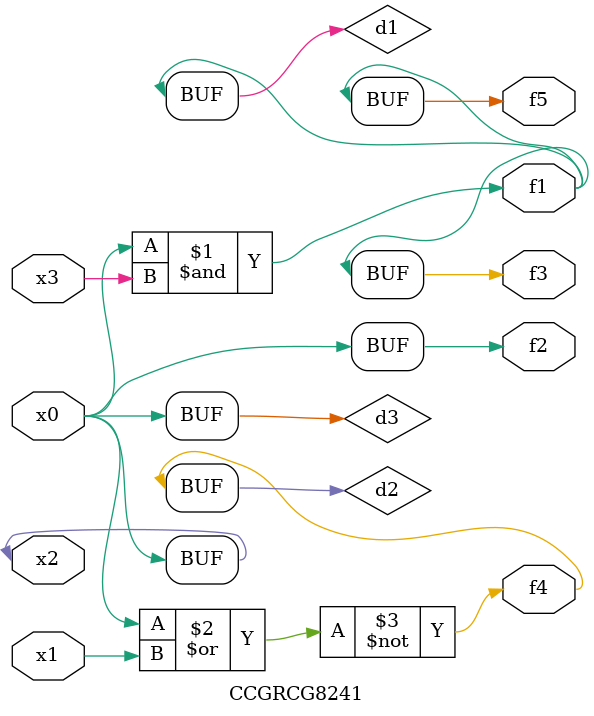
<source format=v>
module CCGRCG8241(
	input x0, x1, x2, x3,
	output f1, f2, f3, f4, f5
);

	wire d1, d2, d3;

	and (d1, x2, x3);
	nor (d2, x0, x1);
	buf (d3, x0, x2);
	assign f1 = d1;
	assign f2 = d3;
	assign f3 = d1;
	assign f4 = d2;
	assign f5 = d1;
endmodule

</source>
